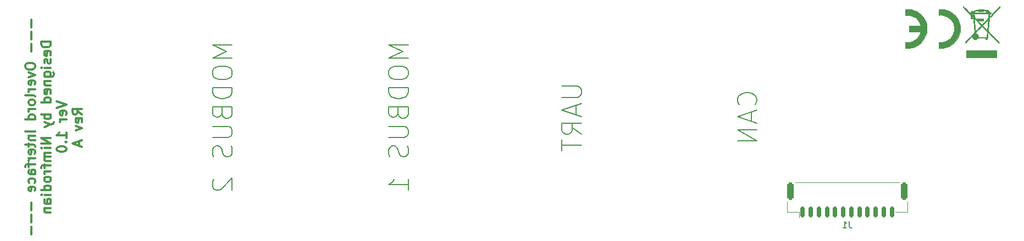
<source format=gbr>
%TF.GenerationSoftware,KiCad,Pcbnew,7.0.10*%
%TF.CreationDate,2024-07-06T13:48:58+02:00*%
%TF.ProjectId,OverlordInterface,4f766572-6c6f-4726-9449-6e7465726661,rev?*%
%TF.SameCoordinates,Original*%
%TF.FileFunction,Legend,Bot*%
%TF.FilePolarity,Positive*%
%FSLAX46Y46*%
G04 Gerber Fmt 4.6, Leading zero omitted, Abs format (unit mm)*
G04 Created by KiCad (PCBNEW 7.0.10) date 2024-07-06 13:48:58*
%MOMM*%
%LPD*%
G01*
G04 APERTURE LIST*
G04 Aperture macros list*
%AMRoundRect*
0 Rectangle with rounded corners*
0 $1 Rounding radius*
0 $2 $3 $4 $5 $6 $7 $8 $9 X,Y pos of 4 corners*
0 Add a 4 corners polygon primitive as box body*
4,1,4,$2,$3,$4,$5,$6,$7,$8,$9,$2,$3,0*
0 Add four circle primitives for the rounded corners*
1,1,$1+$1,$2,$3*
1,1,$1+$1,$4,$5*
1,1,$1+$1,$6,$7*
1,1,$1+$1,$8,$9*
0 Add four rect primitives between the rounded corners*
20,1,$1+$1,$2,$3,$4,$5,0*
20,1,$1+$1,$4,$5,$6,$7,0*
20,1,$1+$1,$6,$7,$8,$9,0*
20,1,$1+$1,$8,$9,$2,$3,0*%
G04 Aperture macros list end*
%ADD10C,0.300000*%
%ADD11C,0.150000*%
%ADD12C,0.010000*%
%ADD13C,0.120000*%
%ADD14R,1.800000X1.800000*%
%ADD15C,1.800000*%
%ADD16C,4.000000*%
%ADD17R,1.600000X1.600000*%
%ADD18C,1.600000*%
%ADD19RoundRect,0.150000X-0.150000X-0.700000X0.150000X-0.700000X0.150000X0.700000X-0.150000X0.700000X0*%
%ADD20RoundRect,0.250000X-0.250000X-1.100000X0.250000X-1.100000X0.250000X1.100000X-0.250000X1.100000X0*%
G04 APERTURE END LIST*
D10*
X79574400Y-77688571D02*
X79574400Y-78831429D01*
X79574400Y-79545714D02*
X79574400Y-80688572D01*
X79574400Y-81402857D02*
X79574400Y-82545715D01*
X78645828Y-84688572D02*
X78645828Y-84974286D01*
X78645828Y-84974286D02*
X78717257Y-85117143D01*
X78717257Y-85117143D02*
X78860114Y-85260000D01*
X78860114Y-85260000D02*
X79145828Y-85331429D01*
X79145828Y-85331429D02*
X79645828Y-85331429D01*
X79645828Y-85331429D02*
X79931542Y-85260000D01*
X79931542Y-85260000D02*
X80074400Y-85117143D01*
X80074400Y-85117143D02*
X80145828Y-84974286D01*
X80145828Y-84974286D02*
X80145828Y-84688572D01*
X80145828Y-84688572D02*
X80074400Y-84545715D01*
X80074400Y-84545715D02*
X79931542Y-84402857D01*
X79931542Y-84402857D02*
X79645828Y-84331429D01*
X79645828Y-84331429D02*
X79145828Y-84331429D01*
X79145828Y-84331429D02*
X78860114Y-84402857D01*
X78860114Y-84402857D02*
X78717257Y-84545715D01*
X78717257Y-84545715D02*
X78645828Y-84688572D01*
X79145828Y-85831429D02*
X80145828Y-86188572D01*
X80145828Y-86188572D02*
X79145828Y-86545715D01*
X80074400Y-87688572D02*
X80145828Y-87545715D01*
X80145828Y-87545715D02*
X80145828Y-87260001D01*
X80145828Y-87260001D02*
X80074400Y-87117143D01*
X80074400Y-87117143D02*
X79931542Y-87045715D01*
X79931542Y-87045715D02*
X79360114Y-87045715D01*
X79360114Y-87045715D02*
X79217257Y-87117143D01*
X79217257Y-87117143D02*
X79145828Y-87260001D01*
X79145828Y-87260001D02*
X79145828Y-87545715D01*
X79145828Y-87545715D02*
X79217257Y-87688572D01*
X79217257Y-87688572D02*
X79360114Y-87760001D01*
X79360114Y-87760001D02*
X79502971Y-87760001D01*
X79502971Y-87760001D02*
X79645828Y-87045715D01*
X80145828Y-88402857D02*
X79145828Y-88402857D01*
X79431542Y-88402857D02*
X79288685Y-88474286D01*
X79288685Y-88474286D02*
X79217257Y-88545715D01*
X79217257Y-88545715D02*
X79145828Y-88688572D01*
X79145828Y-88688572D02*
X79145828Y-88831429D01*
X80145828Y-89545714D02*
X80074400Y-89402857D01*
X80074400Y-89402857D02*
X79931542Y-89331428D01*
X79931542Y-89331428D02*
X78645828Y-89331428D01*
X80145828Y-90331428D02*
X80074400Y-90188571D01*
X80074400Y-90188571D02*
X80002971Y-90117142D01*
X80002971Y-90117142D02*
X79860114Y-90045714D01*
X79860114Y-90045714D02*
X79431542Y-90045714D01*
X79431542Y-90045714D02*
X79288685Y-90117142D01*
X79288685Y-90117142D02*
X79217257Y-90188571D01*
X79217257Y-90188571D02*
X79145828Y-90331428D01*
X79145828Y-90331428D02*
X79145828Y-90545714D01*
X79145828Y-90545714D02*
X79217257Y-90688571D01*
X79217257Y-90688571D02*
X79288685Y-90760000D01*
X79288685Y-90760000D02*
X79431542Y-90831428D01*
X79431542Y-90831428D02*
X79860114Y-90831428D01*
X79860114Y-90831428D02*
X80002971Y-90760000D01*
X80002971Y-90760000D02*
X80074400Y-90688571D01*
X80074400Y-90688571D02*
X80145828Y-90545714D01*
X80145828Y-90545714D02*
X80145828Y-90331428D01*
X80145828Y-91474285D02*
X79145828Y-91474285D01*
X79431542Y-91474285D02*
X79288685Y-91545714D01*
X79288685Y-91545714D02*
X79217257Y-91617143D01*
X79217257Y-91617143D02*
X79145828Y-91760000D01*
X79145828Y-91760000D02*
X79145828Y-91902857D01*
X80145828Y-93045714D02*
X78645828Y-93045714D01*
X80074400Y-93045714D02*
X80145828Y-92902856D01*
X80145828Y-92902856D02*
X80145828Y-92617142D01*
X80145828Y-92617142D02*
X80074400Y-92474285D01*
X80074400Y-92474285D02*
X80002971Y-92402856D01*
X80002971Y-92402856D02*
X79860114Y-92331428D01*
X79860114Y-92331428D02*
X79431542Y-92331428D01*
X79431542Y-92331428D02*
X79288685Y-92402856D01*
X79288685Y-92402856D02*
X79217257Y-92474285D01*
X79217257Y-92474285D02*
X79145828Y-92617142D01*
X79145828Y-92617142D02*
X79145828Y-92902856D01*
X79145828Y-92902856D02*
X79217257Y-93045714D01*
X80145828Y-94902856D02*
X78645828Y-94902856D01*
X79145828Y-95617142D02*
X80145828Y-95617142D01*
X79288685Y-95617142D02*
X79217257Y-95688571D01*
X79217257Y-95688571D02*
X79145828Y-95831428D01*
X79145828Y-95831428D02*
X79145828Y-96045714D01*
X79145828Y-96045714D02*
X79217257Y-96188571D01*
X79217257Y-96188571D02*
X79360114Y-96260000D01*
X79360114Y-96260000D02*
X80145828Y-96260000D01*
X79145828Y-96760000D02*
X79145828Y-97331428D01*
X78645828Y-96974285D02*
X79931542Y-96974285D01*
X79931542Y-96974285D02*
X80074400Y-97045714D01*
X80074400Y-97045714D02*
X80145828Y-97188571D01*
X80145828Y-97188571D02*
X80145828Y-97331428D01*
X80074400Y-98402857D02*
X80145828Y-98260000D01*
X80145828Y-98260000D02*
X80145828Y-97974286D01*
X80145828Y-97974286D02*
X80074400Y-97831428D01*
X80074400Y-97831428D02*
X79931542Y-97760000D01*
X79931542Y-97760000D02*
X79360114Y-97760000D01*
X79360114Y-97760000D02*
X79217257Y-97831428D01*
X79217257Y-97831428D02*
X79145828Y-97974286D01*
X79145828Y-97974286D02*
X79145828Y-98260000D01*
X79145828Y-98260000D02*
X79217257Y-98402857D01*
X79217257Y-98402857D02*
X79360114Y-98474286D01*
X79360114Y-98474286D02*
X79502971Y-98474286D01*
X79502971Y-98474286D02*
X79645828Y-97760000D01*
X80145828Y-99117142D02*
X79145828Y-99117142D01*
X79431542Y-99117142D02*
X79288685Y-99188571D01*
X79288685Y-99188571D02*
X79217257Y-99260000D01*
X79217257Y-99260000D02*
X79145828Y-99402857D01*
X79145828Y-99402857D02*
X79145828Y-99545714D01*
X79145828Y-99831428D02*
X79145828Y-100402856D01*
X80145828Y-100045713D02*
X78860114Y-100045713D01*
X78860114Y-100045713D02*
X78717257Y-100117142D01*
X78717257Y-100117142D02*
X78645828Y-100259999D01*
X78645828Y-100259999D02*
X78645828Y-100402856D01*
X80145828Y-101545714D02*
X79360114Y-101545714D01*
X79360114Y-101545714D02*
X79217257Y-101474285D01*
X79217257Y-101474285D02*
X79145828Y-101331428D01*
X79145828Y-101331428D02*
X79145828Y-101045714D01*
X79145828Y-101045714D02*
X79217257Y-100902856D01*
X80074400Y-101545714D02*
X80145828Y-101402856D01*
X80145828Y-101402856D02*
X80145828Y-101045714D01*
X80145828Y-101045714D02*
X80074400Y-100902856D01*
X80074400Y-100902856D02*
X79931542Y-100831428D01*
X79931542Y-100831428D02*
X79788685Y-100831428D01*
X79788685Y-100831428D02*
X79645828Y-100902856D01*
X79645828Y-100902856D02*
X79574400Y-101045714D01*
X79574400Y-101045714D02*
X79574400Y-101402856D01*
X79574400Y-101402856D02*
X79502971Y-101545714D01*
X80074400Y-102902857D02*
X80145828Y-102759999D01*
X80145828Y-102759999D02*
X80145828Y-102474285D01*
X80145828Y-102474285D02*
X80074400Y-102331428D01*
X80074400Y-102331428D02*
X80002971Y-102259999D01*
X80002971Y-102259999D02*
X79860114Y-102188571D01*
X79860114Y-102188571D02*
X79431542Y-102188571D01*
X79431542Y-102188571D02*
X79288685Y-102259999D01*
X79288685Y-102259999D02*
X79217257Y-102331428D01*
X79217257Y-102331428D02*
X79145828Y-102474285D01*
X79145828Y-102474285D02*
X79145828Y-102759999D01*
X79145828Y-102759999D02*
X79217257Y-102902857D01*
X80074400Y-104117142D02*
X80145828Y-103974285D01*
X80145828Y-103974285D02*
X80145828Y-103688571D01*
X80145828Y-103688571D02*
X80074400Y-103545713D01*
X80074400Y-103545713D02*
X79931542Y-103474285D01*
X79931542Y-103474285D02*
X79360114Y-103474285D01*
X79360114Y-103474285D02*
X79217257Y-103545713D01*
X79217257Y-103545713D02*
X79145828Y-103688571D01*
X79145828Y-103688571D02*
X79145828Y-103974285D01*
X79145828Y-103974285D02*
X79217257Y-104117142D01*
X79217257Y-104117142D02*
X79360114Y-104188571D01*
X79360114Y-104188571D02*
X79502971Y-104188571D01*
X79502971Y-104188571D02*
X79645828Y-103474285D01*
X79574400Y-105974284D02*
X79574400Y-107117142D01*
X79574400Y-107831427D02*
X79574400Y-108974285D01*
X79574400Y-109688570D02*
X79574400Y-110831428D01*
X82560828Y-81081427D02*
X81060828Y-81081427D01*
X81060828Y-81081427D02*
X81060828Y-81438570D01*
X81060828Y-81438570D02*
X81132257Y-81652856D01*
X81132257Y-81652856D02*
X81275114Y-81795713D01*
X81275114Y-81795713D02*
X81417971Y-81867142D01*
X81417971Y-81867142D02*
X81703685Y-81938570D01*
X81703685Y-81938570D02*
X81917971Y-81938570D01*
X81917971Y-81938570D02*
X82203685Y-81867142D01*
X82203685Y-81867142D02*
X82346542Y-81795713D01*
X82346542Y-81795713D02*
X82489400Y-81652856D01*
X82489400Y-81652856D02*
X82560828Y-81438570D01*
X82560828Y-81438570D02*
X82560828Y-81081427D01*
X82489400Y-83152856D02*
X82560828Y-83009999D01*
X82560828Y-83009999D02*
X82560828Y-82724285D01*
X82560828Y-82724285D02*
X82489400Y-82581427D01*
X82489400Y-82581427D02*
X82346542Y-82509999D01*
X82346542Y-82509999D02*
X81775114Y-82509999D01*
X81775114Y-82509999D02*
X81632257Y-82581427D01*
X81632257Y-82581427D02*
X81560828Y-82724285D01*
X81560828Y-82724285D02*
X81560828Y-83009999D01*
X81560828Y-83009999D02*
X81632257Y-83152856D01*
X81632257Y-83152856D02*
X81775114Y-83224285D01*
X81775114Y-83224285D02*
X81917971Y-83224285D01*
X81917971Y-83224285D02*
X82060828Y-82509999D01*
X82489400Y-83795713D02*
X82560828Y-83938570D01*
X82560828Y-83938570D02*
X82560828Y-84224284D01*
X82560828Y-84224284D02*
X82489400Y-84367141D01*
X82489400Y-84367141D02*
X82346542Y-84438570D01*
X82346542Y-84438570D02*
X82275114Y-84438570D01*
X82275114Y-84438570D02*
X82132257Y-84367141D01*
X82132257Y-84367141D02*
X82060828Y-84224284D01*
X82060828Y-84224284D02*
X82060828Y-84009999D01*
X82060828Y-84009999D02*
X81989400Y-83867141D01*
X81989400Y-83867141D02*
X81846542Y-83795713D01*
X81846542Y-83795713D02*
X81775114Y-83795713D01*
X81775114Y-83795713D02*
X81632257Y-83867141D01*
X81632257Y-83867141D02*
X81560828Y-84009999D01*
X81560828Y-84009999D02*
X81560828Y-84224284D01*
X81560828Y-84224284D02*
X81632257Y-84367141D01*
X82560828Y-85081427D02*
X81560828Y-85081427D01*
X81060828Y-85081427D02*
X81132257Y-85009999D01*
X81132257Y-85009999D02*
X81203685Y-85081427D01*
X81203685Y-85081427D02*
X81132257Y-85152856D01*
X81132257Y-85152856D02*
X81060828Y-85081427D01*
X81060828Y-85081427D02*
X81203685Y-85081427D01*
X81560828Y-86438571D02*
X82775114Y-86438571D01*
X82775114Y-86438571D02*
X82917971Y-86367142D01*
X82917971Y-86367142D02*
X82989400Y-86295713D01*
X82989400Y-86295713D02*
X83060828Y-86152856D01*
X83060828Y-86152856D02*
X83060828Y-85938571D01*
X83060828Y-85938571D02*
X82989400Y-85795713D01*
X82489400Y-86438571D02*
X82560828Y-86295713D01*
X82560828Y-86295713D02*
X82560828Y-86009999D01*
X82560828Y-86009999D02*
X82489400Y-85867142D01*
X82489400Y-85867142D02*
X82417971Y-85795713D01*
X82417971Y-85795713D02*
X82275114Y-85724285D01*
X82275114Y-85724285D02*
X81846542Y-85724285D01*
X81846542Y-85724285D02*
X81703685Y-85795713D01*
X81703685Y-85795713D02*
X81632257Y-85867142D01*
X81632257Y-85867142D02*
X81560828Y-86009999D01*
X81560828Y-86009999D02*
X81560828Y-86295713D01*
X81560828Y-86295713D02*
X81632257Y-86438571D01*
X81560828Y-87152856D02*
X82560828Y-87152856D01*
X81703685Y-87152856D02*
X81632257Y-87224285D01*
X81632257Y-87224285D02*
X81560828Y-87367142D01*
X81560828Y-87367142D02*
X81560828Y-87581428D01*
X81560828Y-87581428D02*
X81632257Y-87724285D01*
X81632257Y-87724285D02*
X81775114Y-87795714D01*
X81775114Y-87795714D02*
X82560828Y-87795714D01*
X82489400Y-89081428D02*
X82560828Y-88938571D01*
X82560828Y-88938571D02*
X82560828Y-88652857D01*
X82560828Y-88652857D02*
X82489400Y-88509999D01*
X82489400Y-88509999D02*
X82346542Y-88438571D01*
X82346542Y-88438571D02*
X81775114Y-88438571D01*
X81775114Y-88438571D02*
X81632257Y-88509999D01*
X81632257Y-88509999D02*
X81560828Y-88652857D01*
X81560828Y-88652857D02*
X81560828Y-88938571D01*
X81560828Y-88938571D02*
X81632257Y-89081428D01*
X81632257Y-89081428D02*
X81775114Y-89152857D01*
X81775114Y-89152857D02*
X81917971Y-89152857D01*
X81917971Y-89152857D02*
X82060828Y-88438571D01*
X82560828Y-90438571D02*
X81060828Y-90438571D01*
X82489400Y-90438571D02*
X82560828Y-90295713D01*
X82560828Y-90295713D02*
X82560828Y-90009999D01*
X82560828Y-90009999D02*
X82489400Y-89867142D01*
X82489400Y-89867142D02*
X82417971Y-89795713D01*
X82417971Y-89795713D02*
X82275114Y-89724285D01*
X82275114Y-89724285D02*
X81846542Y-89724285D01*
X81846542Y-89724285D02*
X81703685Y-89795713D01*
X81703685Y-89795713D02*
X81632257Y-89867142D01*
X81632257Y-89867142D02*
X81560828Y-90009999D01*
X81560828Y-90009999D02*
X81560828Y-90295713D01*
X81560828Y-90295713D02*
X81632257Y-90438571D01*
X82560828Y-92295713D02*
X81060828Y-92295713D01*
X81632257Y-92295713D02*
X81560828Y-92438571D01*
X81560828Y-92438571D02*
X81560828Y-92724285D01*
X81560828Y-92724285D02*
X81632257Y-92867142D01*
X81632257Y-92867142D02*
X81703685Y-92938571D01*
X81703685Y-92938571D02*
X81846542Y-93009999D01*
X81846542Y-93009999D02*
X82275114Y-93009999D01*
X82275114Y-93009999D02*
X82417971Y-92938571D01*
X82417971Y-92938571D02*
X82489400Y-92867142D01*
X82489400Y-92867142D02*
X82560828Y-92724285D01*
X82560828Y-92724285D02*
X82560828Y-92438571D01*
X82560828Y-92438571D02*
X82489400Y-92295713D01*
X81560828Y-93509999D02*
X82560828Y-93867142D01*
X81560828Y-94224285D02*
X82560828Y-93867142D01*
X82560828Y-93867142D02*
X82917971Y-93724285D01*
X82917971Y-93724285D02*
X82989400Y-93652856D01*
X82989400Y-93652856D02*
X83060828Y-93509999D01*
X82560828Y-95938570D02*
X81060828Y-95938570D01*
X81060828Y-95938570D02*
X82560828Y-96795713D01*
X82560828Y-96795713D02*
X81060828Y-96795713D01*
X82560828Y-97509999D02*
X81560828Y-97509999D01*
X81060828Y-97509999D02*
X81132257Y-97438571D01*
X81132257Y-97438571D02*
X81203685Y-97509999D01*
X81203685Y-97509999D02*
X81132257Y-97581428D01*
X81132257Y-97581428D02*
X81060828Y-97509999D01*
X81060828Y-97509999D02*
X81203685Y-97509999D01*
X82560828Y-98224285D02*
X81560828Y-98224285D01*
X81703685Y-98224285D02*
X81632257Y-98295714D01*
X81632257Y-98295714D02*
X81560828Y-98438571D01*
X81560828Y-98438571D02*
X81560828Y-98652857D01*
X81560828Y-98652857D02*
X81632257Y-98795714D01*
X81632257Y-98795714D02*
X81775114Y-98867143D01*
X81775114Y-98867143D02*
X82560828Y-98867143D01*
X81775114Y-98867143D02*
X81632257Y-98938571D01*
X81632257Y-98938571D02*
X81560828Y-99081428D01*
X81560828Y-99081428D02*
X81560828Y-99295714D01*
X81560828Y-99295714D02*
X81632257Y-99438571D01*
X81632257Y-99438571D02*
X81775114Y-99510000D01*
X81775114Y-99510000D02*
X82560828Y-99510000D01*
X81560828Y-100010000D02*
X81560828Y-100581428D01*
X82560828Y-100224285D02*
X81275114Y-100224285D01*
X81275114Y-100224285D02*
X81132257Y-100295714D01*
X81132257Y-100295714D02*
X81060828Y-100438571D01*
X81060828Y-100438571D02*
X81060828Y-100581428D01*
X82560828Y-101081428D02*
X81560828Y-101081428D01*
X81846542Y-101081428D02*
X81703685Y-101152857D01*
X81703685Y-101152857D02*
X81632257Y-101224286D01*
X81632257Y-101224286D02*
X81560828Y-101367143D01*
X81560828Y-101367143D02*
X81560828Y-101510000D01*
X82560828Y-102224285D02*
X82489400Y-102081428D01*
X82489400Y-102081428D02*
X82417971Y-102009999D01*
X82417971Y-102009999D02*
X82275114Y-101938571D01*
X82275114Y-101938571D02*
X81846542Y-101938571D01*
X81846542Y-101938571D02*
X81703685Y-102009999D01*
X81703685Y-102009999D02*
X81632257Y-102081428D01*
X81632257Y-102081428D02*
X81560828Y-102224285D01*
X81560828Y-102224285D02*
X81560828Y-102438571D01*
X81560828Y-102438571D02*
X81632257Y-102581428D01*
X81632257Y-102581428D02*
X81703685Y-102652857D01*
X81703685Y-102652857D02*
X81846542Y-102724285D01*
X81846542Y-102724285D02*
X82275114Y-102724285D01*
X82275114Y-102724285D02*
X82417971Y-102652857D01*
X82417971Y-102652857D02*
X82489400Y-102581428D01*
X82489400Y-102581428D02*
X82560828Y-102438571D01*
X82560828Y-102438571D02*
X82560828Y-102224285D01*
X82560828Y-104010000D02*
X81060828Y-104010000D01*
X82489400Y-104010000D02*
X82560828Y-103867142D01*
X82560828Y-103867142D02*
X82560828Y-103581428D01*
X82560828Y-103581428D02*
X82489400Y-103438571D01*
X82489400Y-103438571D02*
X82417971Y-103367142D01*
X82417971Y-103367142D02*
X82275114Y-103295714D01*
X82275114Y-103295714D02*
X81846542Y-103295714D01*
X81846542Y-103295714D02*
X81703685Y-103367142D01*
X81703685Y-103367142D02*
X81632257Y-103438571D01*
X81632257Y-103438571D02*
X81560828Y-103581428D01*
X81560828Y-103581428D02*
X81560828Y-103867142D01*
X81560828Y-103867142D02*
X81632257Y-104010000D01*
X82560828Y-104724285D02*
X81560828Y-104724285D01*
X81060828Y-104724285D02*
X81132257Y-104652857D01*
X81132257Y-104652857D02*
X81203685Y-104724285D01*
X81203685Y-104724285D02*
X81132257Y-104795714D01*
X81132257Y-104795714D02*
X81060828Y-104724285D01*
X81060828Y-104724285D02*
X81203685Y-104724285D01*
X82560828Y-106081429D02*
X81775114Y-106081429D01*
X81775114Y-106081429D02*
X81632257Y-106010000D01*
X81632257Y-106010000D02*
X81560828Y-105867143D01*
X81560828Y-105867143D02*
X81560828Y-105581429D01*
X81560828Y-105581429D02*
X81632257Y-105438571D01*
X82489400Y-106081429D02*
X82560828Y-105938571D01*
X82560828Y-105938571D02*
X82560828Y-105581429D01*
X82560828Y-105581429D02*
X82489400Y-105438571D01*
X82489400Y-105438571D02*
X82346542Y-105367143D01*
X82346542Y-105367143D02*
X82203685Y-105367143D01*
X82203685Y-105367143D02*
X82060828Y-105438571D01*
X82060828Y-105438571D02*
X81989400Y-105581429D01*
X81989400Y-105581429D02*
X81989400Y-105938571D01*
X81989400Y-105938571D02*
X81917971Y-106081429D01*
X81560828Y-106795714D02*
X82560828Y-106795714D01*
X81703685Y-106795714D02*
X81632257Y-106867143D01*
X81632257Y-106867143D02*
X81560828Y-107010000D01*
X81560828Y-107010000D02*
X81560828Y-107224286D01*
X81560828Y-107224286D02*
X81632257Y-107367143D01*
X81632257Y-107367143D02*
X81775114Y-107438572D01*
X81775114Y-107438572D02*
X82560828Y-107438572D01*
X83475828Y-90295715D02*
X84975828Y-90795715D01*
X84975828Y-90795715D02*
X83475828Y-91295715D01*
X84904400Y-92367143D02*
X84975828Y-92224286D01*
X84975828Y-92224286D02*
X84975828Y-91938572D01*
X84975828Y-91938572D02*
X84904400Y-91795714D01*
X84904400Y-91795714D02*
X84761542Y-91724286D01*
X84761542Y-91724286D02*
X84190114Y-91724286D01*
X84190114Y-91724286D02*
X84047257Y-91795714D01*
X84047257Y-91795714D02*
X83975828Y-91938572D01*
X83975828Y-91938572D02*
X83975828Y-92224286D01*
X83975828Y-92224286D02*
X84047257Y-92367143D01*
X84047257Y-92367143D02*
X84190114Y-92438572D01*
X84190114Y-92438572D02*
X84332971Y-92438572D01*
X84332971Y-92438572D02*
X84475828Y-91724286D01*
X84975828Y-93081428D02*
X83975828Y-93081428D01*
X84261542Y-93081428D02*
X84118685Y-93152857D01*
X84118685Y-93152857D02*
X84047257Y-93224286D01*
X84047257Y-93224286D02*
X83975828Y-93367143D01*
X83975828Y-93367143D02*
X83975828Y-93510000D01*
X84975828Y-95938571D02*
X84975828Y-95081428D01*
X84975828Y-95509999D02*
X83475828Y-95509999D01*
X83475828Y-95509999D02*
X83690114Y-95367142D01*
X83690114Y-95367142D02*
X83832971Y-95224285D01*
X83832971Y-95224285D02*
X83904400Y-95081428D01*
X84832971Y-96581427D02*
X84904400Y-96652856D01*
X84904400Y-96652856D02*
X84975828Y-96581427D01*
X84975828Y-96581427D02*
X84904400Y-96509999D01*
X84904400Y-96509999D02*
X84832971Y-96581427D01*
X84832971Y-96581427D02*
X84975828Y-96581427D01*
X83475828Y-97581428D02*
X83475828Y-97724285D01*
X83475828Y-97724285D02*
X83547257Y-97867142D01*
X83547257Y-97867142D02*
X83618685Y-97938571D01*
X83618685Y-97938571D02*
X83761542Y-98009999D01*
X83761542Y-98009999D02*
X84047257Y-98081428D01*
X84047257Y-98081428D02*
X84404400Y-98081428D01*
X84404400Y-98081428D02*
X84690114Y-98009999D01*
X84690114Y-98009999D02*
X84832971Y-97938571D01*
X84832971Y-97938571D02*
X84904400Y-97867142D01*
X84904400Y-97867142D02*
X84975828Y-97724285D01*
X84975828Y-97724285D02*
X84975828Y-97581428D01*
X84975828Y-97581428D02*
X84904400Y-97438571D01*
X84904400Y-97438571D02*
X84832971Y-97367142D01*
X84832971Y-97367142D02*
X84690114Y-97295713D01*
X84690114Y-97295713D02*
X84404400Y-97224285D01*
X84404400Y-97224285D02*
X84047257Y-97224285D01*
X84047257Y-97224285D02*
X83761542Y-97295713D01*
X83761542Y-97295713D02*
X83618685Y-97367142D01*
X83618685Y-97367142D02*
X83547257Y-97438571D01*
X83547257Y-97438571D02*
X83475828Y-97581428D01*
X87390828Y-92295714D02*
X86676542Y-91795714D01*
X87390828Y-91438571D02*
X85890828Y-91438571D01*
X85890828Y-91438571D02*
X85890828Y-92010000D01*
X85890828Y-92010000D02*
X85962257Y-92152857D01*
X85962257Y-92152857D02*
X86033685Y-92224286D01*
X86033685Y-92224286D02*
X86176542Y-92295714D01*
X86176542Y-92295714D02*
X86390828Y-92295714D01*
X86390828Y-92295714D02*
X86533685Y-92224286D01*
X86533685Y-92224286D02*
X86605114Y-92152857D01*
X86605114Y-92152857D02*
X86676542Y-92010000D01*
X86676542Y-92010000D02*
X86676542Y-91438571D01*
X87319400Y-93510000D02*
X87390828Y-93367143D01*
X87390828Y-93367143D02*
X87390828Y-93081429D01*
X87390828Y-93081429D02*
X87319400Y-92938571D01*
X87319400Y-92938571D02*
X87176542Y-92867143D01*
X87176542Y-92867143D02*
X86605114Y-92867143D01*
X86605114Y-92867143D02*
X86462257Y-92938571D01*
X86462257Y-92938571D02*
X86390828Y-93081429D01*
X86390828Y-93081429D02*
X86390828Y-93367143D01*
X86390828Y-93367143D02*
X86462257Y-93510000D01*
X86462257Y-93510000D02*
X86605114Y-93581429D01*
X86605114Y-93581429D02*
X86747971Y-93581429D01*
X86747971Y-93581429D02*
X86890828Y-92867143D01*
X86390828Y-94081428D02*
X87390828Y-94438571D01*
X87390828Y-94438571D02*
X86390828Y-94795714D01*
X86962257Y-96438571D02*
X86962257Y-97152857D01*
X87390828Y-96295714D02*
X85890828Y-96795714D01*
X85890828Y-96795714D02*
X87390828Y-97295714D01*
D11*
X191039342Y-90797255D02*
X191182200Y-90654398D01*
X191182200Y-90654398D02*
X191325057Y-90225826D01*
X191325057Y-90225826D02*
X191325057Y-89940112D01*
X191325057Y-89940112D02*
X191182200Y-89511541D01*
X191182200Y-89511541D02*
X190896485Y-89225826D01*
X190896485Y-89225826D02*
X190610771Y-89082969D01*
X190610771Y-89082969D02*
X190039342Y-88940112D01*
X190039342Y-88940112D02*
X189610771Y-88940112D01*
X189610771Y-88940112D02*
X189039342Y-89082969D01*
X189039342Y-89082969D02*
X188753628Y-89225826D01*
X188753628Y-89225826D02*
X188467914Y-89511541D01*
X188467914Y-89511541D02*
X188325057Y-89940112D01*
X188325057Y-89940112D02*
X188325057Y-90225826D01*
X188325057Y-90225826D02*
X188467914Y-90654398D01*
X188467914Y-90654398D02*
X188610771Y-90797255D01*
X190467914Y-91940112D02*
X190467914Y-93368684D01*
X191325057Y-91654398D02*
X188325057Y-92654398D01*
X188325057Y-92654398D02*
X191325057Y-93654398D01*
X191325057Y-94654398D02*
X188325057Y-94654398D01*
X188325057Y-94654398D02*
X191325057Y-96368684D01*
X191325057Y-96368684D02*
X188325057Y-96368684D01*
X110485057Y-81582969D02*
X107485057Y-81582969D01*
X107485057Y-81582969D02*
X109627914Y-82582969D01*
X109627914Y-82582969D02*
X107485057Y-83582969D01*
X107485057Y-83582969D02*
X110485057Y-83582969D01*
X107485057Y-85582969D02*
X107485057Y-86154397D01*
X107485057Y-86154397D02*
X107627914Y-86440112D01*
X107627914Y-86440112D02*
X107913628Y-86725826D01*
X107913628Y-86725826D02*
X108485057Y-86868683D01*
X108485057Y-86868683D02*
X109485057Y-86868683D01*
X109485057Y-86868683D02*
X110056485Y-86725826D01*
X110056485Y-86725826D02*
X110342200Y-86440112D01*
X110342200Y-86440112D02*
X110485057Y-86154397D01*
X110485057Y-86154397D02*
X110485057Y-85582969D01*
X110485057Y-85582969D02*
X110342200Y-85297255D01*
X110342200Y-85297255D02*
X110056485Y-85011540D01*
X110056485Y-85011540D02*
X109485057Y-84868683D01*
X109485057Y-84868683D02*
X108485057Y-84868683D01*
X108485057Y-84868683D02*
X107913628Y-85011540D01*
X107913628Y-85011540D02*
X107627914Y-85297255D01*
X107627914Y-85297255D02*
X107485057Y-85582969D01*
X110485057Y-88154397D02*
X107485057Y-88154397D01*
X107485057Y-88154397D02*
X107485057Y-88868683D01*
X107485057Y-88868683D02*
X107627914Y-89297254D01*
X107627914Y-89297254D02*
X107913628Y-89582969D01*
X107913628Y-89582969D02*
X108199342Y-89725826D01*
X108199342Y-89725826D02*
X108770771Y-89868683D01*
X108770771Y-89868683D02*
X109199342Y-89868683D01*
X109199342Y-89868683D02*
X109770771Y-89725826D01*
X109770771Y-89725826D02*
X110056485Y-89582969D01*
X110056485Y-89582969D02*
X110342200Y-89297254D01*
X110342200Y-89297254D02*
X110485057Y-88868683D01*
X110485057Y-88868683D02*
X110485057Y-88154397D01*
X108913628Y-92154397D02*
X109056485Y-92582969D01*
X109056485Y-92582969D02*
X109199342Y-92725826D01*
X109199342Y-92725826D02*
X109485057Y-92868683D01*
X109485057Y-92868683D02*
X109913628Y-92868683D01*
X109913628Y-92868683D02*
X110199342Y-92725826D01*
X110199342Y-92725826D02*
X110342200Y-92582969D01*
X110342200Y-92582969D02*
X110485057Y-92297254D01*
X110485057Y-92297254D02*
X110485057Y-91154397D01*
X110485057Y-91154397D02*
X107485057Y-91154397D01*
X107485057Y-91154397D02*
X107485057Y-92154397D01*
X107485057Y-92154397D02*
X107627914Y-92440112D01*
X107627914Y-92440112D02*
X107770771Y-92582969D01*
X107770771Y-92582969D02*
X108056485Y-92725826D01*
X108056485Y-92725826D02*
X108342200Y-92725826D01*
X108342200Y-92725826D02*
X108627914Y-92582969D01*
X108627914Y-92582969D02*
X108770771Y-92440112D01*
X108770771Y-92440112D02*
X108913628Y-92154397D01*
X108913628Y-92154397D02*
X108913628Y-91154397D01*
X107485057Y-94154397D02*
X109913628Y-94154397D01*
X109913628Y-94154397D02*
X110199342Y-94297254D01*
X110199342Y-94297254D02*
X110342200Y-94440112D01*
X110342200Y-94440112D02*
X110485057Y-94725826D01*
X110485057Y-94725826D02*
X110485057Y-95297254D01*
X110485057Y-95297254D02*
X110342200Y-95582969D01*
X110342200Y-95582969D02*
X110199342Y-95725826D01*
X110199342Y-95725826D02*
X109913628Y-95868683D01*
X109913628Y-95868683D02*
X107485057Y-95868683D01*
X110342200Y-97154397D02*
X110485057Y-97582969D01*
X110485057Y-97582969D02*
X110485057Y-98297254D01*
X110485057Y-98297254D02*
X110342200Y-98582969D01*
X110342200Y-98582969D02*
X110199342Y-98725826D01*
X110199342Y-98725826D02*
X109913628Y-98868683D01*
X109913628Y-98868683D02*
X109627914Y-98868683D01*
X109627914Y-98868683D02*
X109342200Y-98725826D01*
X109342200Y-98725826D02*
X109199342Y-98582969D01*
X109199342Y-98582969D02*
X109056485Y-98297254D01*
X109056485Y-98297254D02*
X108913628Y-97725826D01*
X108913628Y-97725826D02*
X108770771Y-97440111D01*
X108770771Y-97440111D02*
X108627914Y-97297254D01*
X108627914Y-97297254D02*
X108342200Y-97154397D01*
X108342200Y-97154397D02*
X108056485Y-97154397D01*
X108056485Y-97154397D02*
X107770771Y-97297254D01*
X107770771Y-97297254D02*
X107627914Y-97440111D01*
X107627914Y-97440111D02*
X107485057Y-97725826D01*
X107485057Y-97725826D02*
X107485057Y-98440111D01*
X107485057Y-98440111D02*
X107627914Y-98868683D01*
X107770771Y-102297254D02*
X107627914Y-102440111D01*
X107627914Y-102440111D02*
X107485057Y-102725826D01*
X107485057Y-102725826D02*
X107485057Y-103440111D01*
X107485057Y-103440111D02*
X107627914Y-103725826D01*
X107627914Y-103725826D02*
X107770771Y-103868683D01*
X107770771Y-103868683D02*
X108056485Y-104011540D01*
X108056485Y-104011540D02*
X108342200Y-104011540D01*
X108342200Y-104011540D02*
X108770771Y-103868683D01*
X108770771Y-103868683D02*
X110485057Y-102154397D01*
X110485057Y-102154397D02*
X110485057Y-104011540D01*
X161305057Y-87940112D02*
X163733628Y-87940112D01*
X163733628Y-87940112D02*
X164019342Y-88082969D01*
X164019342Y-88082969D02*
X164162200Y-88225827D01*
X164162200Y-88225827D02*
X164305057Y-88511541D01*
X164305057Y-88511541D02*
X164305057Y-89082969D01*
X164305057Y-89082969D02*
X164162200Y-89368684D01*
X164162200Y-89368684D02*
X164019342Y-89511541D01*
X164019342Y-89511541D02*
X163733628Y-89654398D01*
X163733628Y-89654398D02*
X161305057Y-89654398D01*
X163447914Y-90940112D02*
X163447914Y-92368684D01*
X164305057Y-90654398D02*
X161305057Y-91654398D01*
X161305057Y-91654398D02*
X164305057Y-92654398D01*
X164305057Y-95368684D02*
X162876485Y-94368684D01*
X164305057Y-93654398D02*
X161305057Y-93654398D01*
X161305057Y-93654398D02*
X161305057Y-94797255D01*
X161305057Y-94797255D02*
X161447914Y-95082970D01*
X161447914Y-95082970D02*
X161590771Y-95225827D01*
X161590771Y-95225827D02*
X161876485Y-95368684D01*
X161876485Y-95368684D02*
X162305057Y-95368684D01*
X162305057Y-95368684D02*
X162590771Y-95225827D01*
X162590771Y-95225827D02*
X162733628Y-95082970D01*
X162733628Y-95082970D02*
X162876485Y-94797255D01*
X162876485Y-94797255D02*
X162876485Y-93654398D01*
X161305057Y-96225827D02*
X161305057Y-97940113D01*
X164305057Y-97082970D02*
X161305057Y-97082970D01*
X137625057Y-81582969D02*
X134625057Y-81582969D01*
X134625057Y-81582969D02*
X136767914Y-82582969D01*
X136767914Y-82582969D02*
X134625057Y-83582969D01*
X134625057Y-83582969D02*
X137625057Y-83582969D01*
X134625057Y-85582969D02*
X134625057Y-86154397D01*
X134625057Y-86154397D02*
X134767914Y-86440112D01*
X134767914Y-86440112D02*
X135053628Y-86725826D01*
X135053628Y-86725826D02*
X135625057Y-86868683D01*
X135625057Y-86868683D02*
X136625057Y-86868683D01*
X136625057Y-86868683D02*
X137196485Y-86725826D01*
X137196485Y-86725826D02*
X137482200Y-86440112D01*
X137482200Y-86440112D02*
X137625057Y-86154397D01*
X137625057Y-86154397D02*
X137625057Y-85582969D01*
X137625057Y-85582969D02*
X137482200Y-85297255D01*
X137482200Y-85297255D02*
X137196485Y-85011540D01*
X137196485Y-85011540D02*
X136625057Y-84868683D01*
X136625057Y-84868683D02*
X135625057Y-84868683D01*
X135625057Y-84868683D02*
X135053628Y-85011540D01*
X135053628Y-85011540D02*
X134767914Y-85297255D01*
X134767914Y-85297255D02*
X134625057Y-85582969D01*
X137625057Y-88154397D02*
X134625057Y-88154397D01*
X134625057Y-88154397D02*
X134625057Y-88868683D01*
X134625057Y-88868683D02*
X134767914Y-89297254D01*
X134767914Y-89297254D02*
X135053628Y-89582969D01*
X135053628Y-89582969D02*
X135339342Y-89725826D01*
X135339342Y-89725826D02*
X135910771Y-89868683D01*
X135910771Y-89868683D02*
X136339342Y-89868683D01*
X136339342Y-89868683D02*
X136910771Y-89725826D01*
X136910771Y-89725826D02*
X137196485Y-89582969D01*
X137196485Y-89582969D02*
X137482200Y-89297254D01*
X137482200Y-89297254D02*
X137625057Y-88868683D01*
X137625057Y-88868683D02*
X137625057Y-88154397D01*
X136053628Y-92154397D02*
X136196485Y-92582969D01*
X136196485Y-92582969D02*
X136339342Y-92725826D01*
X136339342Y-92725826D02*
X136625057Y-92868683D01*
X136625057Y-92868683D02*
X137053628Y-92868683D01*
X137053628Y-92868683D02*
X137339342Y-92725826D01*
X137339342Y-92725826D02*
X137482200Y-92582969D01*
X137482200Y-92582969D02*
X137625057Y-92297254D01*
X137625057Y-92297254D02*
X137625057Y-91154397D01*
X137625057Y-91154397D02*
X134625057Y-91154397D01*
X134625057Y-91154397D02*
X134625057Y-92154397D01*
X134625057Y-92154397D02*
X134767914Y-92440112D01*
X134767914Y-92440112D02*
X134910771Y-92582969D01*
X134910771Y-92582969D02*
X135196485Y-92725826D01*
X135196485Y-92725826D02*
X135482200Y-92725826D01*
X135482200Y-92725826D02*
X135767914Y-92582969D01*
X135767914Y-92582969D02*
X135910771Y-92440112D01*
X135910771Y-92440112D02*
X136053628Y-92154397D01*
X136053628Y-92154397D02*
X136053628Y-91154397D01*
X134625057Y-94154397D02*
X137053628Y-94154397D01*
X137053628Y-94154397D02*
X137339342Y-94297254D01*
X137339342Y-94297254D02*
X137482200Y-94440112D01*
X137482200Y-94440112D02*
X137625057Y-94725826D01*
X137625057Y-94725826D02*
X137625057Y-95297254D01*
X137625057Y-95297254D02*
X137482200Y-95582969D01*
X137482200Y-95582969D02*
X137339342Y-95725826D01*
X137339342Y-95725826D02*
X137053628Y-95868683D01*
X137053628Y-95868683D02*
X134625057Y-95868683D01*
X137482200Y-97154397D02*
X137625057Y-97582969D01*
X137625057Y-97582969D02*
X137625057Y-98297254D01*
X137625057Y-98297254D02*
X137482200Y-98582969D01*
X137482200Y-98582969D02*
X137339342Y-98725826D01*
X137339342Y-98725826D02*
X137053628Y-98868683D01*
X137053628Y-98868683D02*
X136767914Y-98868683D01*
X136767914Y-98868683D02*
X136482200Y-98725826D01*
X136482200Y-98725826D02*
X136339342Y-98582969D01*
X136339342Y-98582969D02*
X136196485Y-98297254D01*
X136196485Y-98297254D02*
X136053628Y-97725826D01*
X136053628Y-97725826D02*
X135910771Y-97440111D01*
X135910771Y-97440111D02*
X135767914Y-97297254D01*
X135767914Y-97297254D02*
X135482200Y-97154397D01*
X135482200Y-97154397D02*
X135196485Y-97154397D01*
X135196485Y-97154397D02*
X134910771Y-97297254D01*
X134910771Y-97297254D02*
X134767914Y-97440111D01*
X134767914Y-97440111D02*
X134625057Y-97725826D01*
X134625057Y-97725826D02*
X134625057Y-98440111D01*
X134625057Y-98440111D02*
X134767914Y-98868683D01*
X137625057Y-104011540D02*
X137625057Y-102297254D01*
X137625057Y-103154397D02*
X134625057Y-103154397D01*
X134625057Y-103154397D02*
X135053628Y-102868683D01*
X135053628Y-102868683D02*
X135339342Y-102582968D01*
X135339342Y-102582968D02*
X135482200Y-102297254D01*
X205583333Y-108854819D02*
X205583333Y-109569104D01*
X205583333Y-109569104D02*
X205630952Y-109711961D01*
X205630952Y-109711961D02*
X205726190Y-109807200D01*
X205726190Y-109807200D02*
X205869047Y-109854819D01*
X205869047Y-109854819D02*
X205964285Y-109854819D01*
X204583333Y-109854819D02*
X205154761Y-109854819D01*
X204869047Y-109854819D02*
X204869047Y-108854819D01*
X204869047Y-108854819D02*
X204964285Y-108997676D01*
X204964285Y-108997676D02*
X205059523Y-109092914D01*
X205059523Y-109092914D02*
X205154761Y-109140533D01*
%TO.C,REF\u002A\u002A*%
D12*
X228269994Y-83540526D02*
X223591047Y-83540526D01*
X223591047Y-82387500D01*
X228269994Y-82387500D01*
X228269994Y-83540526D01*
G36*
X228269994Y-83540526D02*
G01*
X223591047Y-83540526D01*
X223591047Y-82387500D01*
X228269994Y-82387500D01*
X228269994Y-83540526D01*
G37*
X226899748Y-76175362D02*
X226900405Y-76192572D01*
X226908951Y-76221467D01*
X226933276Y-76245972D01*
X226980728Y-76275143D01*
X227022383Y-76301793D01*
X227085799Y-76352960D01*
X227143270Y-76410400D01*
X227187232Y-76466279D01*
X227210121Y-76512762D01*
X227215729Y-76530674D01*
X227226119Y-76542970D01*
X227229622Y-76547116D01*
X227258255Y-76554083D01*
X227310951Y-76555526D01*
X227401047Y-76555526D01*
X227401047Y-76705921D01*
X227189038Y-76705921D01*
X227169243Y-76942183D01*
X227166585Y-76974483D01*
X227160393Y-77055340D01*
X227156018Y-77121135D01*
X227153840Y-77165791D01*
X227154236Y-77183233D01*
X227159995Y-77178219D01*
X227186272Y-77152083D01*
X227231698Y-77105758D01*
X227293976Y-77041647D01*
X227370807Y-76962150D01*
X227459890Y-76869669D01*
X227558929Y-76766606D01*
X227665624Y-76655362D01*
X227777675Y-76538338D01*
X227892785Y-76417936D01*
X228008654Y-76296558D01*
X228122984Y-76176604D01*
X228233476Y-76060476D01*
X228337831Y-75950575D01*
X228433750Y-75849304D01*
X228518934Y-75759063D01*
X228591085Y-75682253D01*
X228720004Y-75544539D01*
X228720591Y-75661852D01*
X228721178Y-75779164D01*
X227923096Y-76618485D01*
X227125014Y-77457807D01*
X227109060Y-77649106D01*
X227045229Y-78414528D01*
X227033948Y-78550287D01*
X227019950Y-78720154D01*
X227007030Y-78878505D01*
X226995437Y-79022228D01*
X226985417Y-79148210D01*
X226977217Y-79253338D01*
X226971084Y-79334501D01*
X226967266Y-79388586D01*
X226966009Y-79412480D01*
X226969327Y-79423429D01*
X226984239Y-79447071D01*
X227012519Y-79482703D01*
X227026168Y-79498277D01*
X227055674Y-79531948D01*
X227115209Y-79596428D01*
X227192630Y-79677768D01*
X227289442Y-79777591D01*
X227407152Y-79897520D01*
X227547264Y-80039179D01*
X227639438Y-80132136D01*
X227767929Y-80261795D01*
X227895969Y-80391079D01*
X228019710Y-80516097D01*
X228135302Y-80632959D01*
X228238895Y-80737774D01*
X228326641Y-80826652D01*
X228394691Y-80895702D01*
X228661427Y-81166757D01*
X228612979Y-81217326D01*
X228601553Y-81228719D01*
X228567845Y-81256697D01*
X228544720Y-81267895D01*
X228526615Y-81258335D01*
X228492955Y-81229649D01*
X228452602Y-81188520D01*
X228428040Y-81162542D01*
X228382233Y-81115104D01*
X228317493Y-81048566D01*
X228236105Y-80965263D01*
X228140355Y-80867528D01*
X228032531Y-80757695D01*
X227914918Y-80638096D01*
X227789802Y-80511066D01*
X227659469Y-80378938D01*
X226938641Y-79648732D01*
X226909279Y-80028017D01*
X226902878Y-80108972D01*
X226893531Y-80217793D01*
X226885100Y-80300217D01*
X226876961Y-80360575D01*
X226868489Y-80403200D01*
X226859060Y-80432424D01*
X226848047Y-80452580D01*
X226832635Y-80480750D01*
X226819953Y-80532539D01*
X226816178Y-80607152D01*
X226816178Y-80716447D01*
X226515389Y-80716447D01*
X226515389Y-80482500D01*
X225391642Y-80482500D01*
X225326685Y-80556295D01*
X225308920Y-80575511D01*
X225212641Y-80652712D01*
X225103859Y-80700239D01*
X224986072Y-80716447D01*
X224882137Y-80707854D01*
X224764580Y-80671628D01*
X224663944Y-80606882D01*
X224644330Y-80588378D01*
X224595313Y-80528475D01*
X224552307Y-80458693D01*
X224521468Y-80389909D01*
X224508951Y-80333002D01*
X224508709Y-80324741D01*
X224506909Y-80294471D01*
X224502202Y-80273563D01*
X224492354Y-80263669D01*
X224475133Y-80266444D01*
X224448304Y-80283540D01*
X224409634Y-80316610D01*
X224356890Y-80367307D01*
X224287838Y-80437285D01*
X224200244Y-80528197D01*
X224091875Y-80641695D01*
X224034152Y-80702280D01*
X223937665Y-80803718D01*
X223846378Y-80899889D01*
X223763869Y-80987013D01*
X223693716Y-81061311D01*
X223639495Y-81119003D01*
X223604784Y-81156310D01*
X223509902Y-81259539D01*
X223451259Y-81201052D01*
X223392615Y-81142566D01*
X224117989Y-80382237D01*
X224163726Y-80334263D01*
X224326443Y-80162940D01*
X224466123Y-80014738D01*
X224583183Y-79889198D01*
X224678043Y-79785861D01*
X224745119Y-79710967D01*
X225019757Y-79710967D01*
X225021916Y-79728589D01*
X225022293Y-79730430D01*
X225040290Y-79772171D01*
X225076238Y-79791620D01*
X225187047Y-79833083D01*
X225285773Y-79902156D01*
X225363421Y-79993524D01*
X225416638Y-80103195D01*
X225442068Y-80227173D01*
X225450491Y-80332105D01*
X226712292Y-80332105D01*
X226721090Y-80294506D01*
X226722646Y-80285279D01*
X226727482Y-80244018D01*
X226734081Y-80177304D01*
X226741952Y-80090453D01*
X226750607Y-79988777D01*
X226759553Y-79877592D01*
X226789219Y-79498277D01*
X226389342Y-79092198D01*
X226315997Y-79017961D01*
X226226257Y-78927837D01*
X226145750Y-78847775D01*
X226077298Y-78780542D01*
X226023727Y-78728910D01*
X225987862Y-78695646D01*
X225972525Y-78683521D01*
X225962241Y-78689314D01*
X225931611Y-78715675D01*
X225885515Y-78759709D01*
X225828075Y-78817444D01*
X225763415Y-78884911D01*
X225746548Y-78902804D01*
X225670917Y-78982839D01*
X225580794Y-79077977D01*
X225482965Y-79181067D01*
X225384215Y-79284956D01*
X225291330Y-79382493D01*
X225285750Y-79388346D01*
X225199394Y-79479214D01*
X225133500Y-79549577D01*
X225085461Y-79602783D01*
X225052673Y-79642177D01*
X225032530Y-79671108D01*
X225022426Y-79692922D01*
X225019757Y-79710967D01*
X224745119Y-79710967D01*
X224751121Y-79704266D01*
X224802836Y-79643955D01*
X224833606Y-79604466D01*
X224843850Y-79585342D01*
X224843851Y-79585229D01*
X224842446Y-79561394D01*
X224838341Y-79507967D01*
X224831858Y-79428584D01*
X224823318Y-79326880D01*
X224813043Y-79206493D01*
X224801354Y-79071057D01*
X224788573Y-78924211D01*
X224775022Y-78769590D01*
X224761022Y-78610830D01*
X224746895Y-78451568D01*
X224732963Y-78295441D01*
X224719546Y-78146083D01*
X224706967Y-78007133D01*
X224695548Y-77882226D01*
X224685609Y-77774998D01*
X224677472Y-77689087D01*
X224671460Y-77628127D01*
X224667893Y-77595756D01*
X224660701Y-77541538D01*
X224832383Y-77541538D01*
X224834582Y-77582630D01*
X224839421Y-77651735D01*
X224846658Y-77745870D01*
X224856051Y-77862053D01*
X224867357Y-77997299D01*
X224880333Y-78148627D01*
X224894739Y-78313054D01*
X224910331Y-78487597D01*
X224922520Y-78622206D01*
X224937786Y-78789145D01*
X224952079Y-78943618D01*
X224965115Y-79082649D01*
X224976610Y-79203264D01*
X224986280Y-79302489D01*
X224993840Y-79377348D01*
X224999007Y-79424867D01*
X225001496Y-79442072D01*
X225009046Y-79436742D01*
X225036732Y-79410578D01*
X225081719Y-79365637D01*
X225140910Y-79305191D01*
X225211209Y-79232509D01*
X225289518Y-79150864D01*
X225372740Y-79063526D01*
X225457779Y-78973767D01*
X225541537Y-78884858D01*
X225620917Y-78800070D01*
X225692823Y-78722673D01*
X225754157Y-78655941D01*
X225801823Y-78603142D01*
X225832723Y-78567550D01*
X225841751Y-78555186D01*
X226083384Y-78555186D01*
X226449781Y-78921299D01*
X226539379Y-79010679D01*
X226623823Y-79094320D01*
X226689237Y-79158027D01*
X226738018Y-79203868D01*
X226772563Y-79233909D01*
X226795269Y-79250218D01*
X226808532Y-79254862D01*
X226814750Y-79249908D01*
X226816319Y-79237423D01*
X226817325Y-79217363D01*
X226820950Y-79165712D01*
X226826940Y-79087320D01*
X226835008Y-78985759D01*
X226844865Y-78864602D01*
X226856223Y-78727421D01*
X226868794Y-78577787D01*
X226882290Y-78419271D01*
X226894205Y-78279563D01*
X226906621Y-78132414D01*
X226917753Y-77998805D01*
X226927336Y-77882028D01*
X226935100Y-77785378D01*
X226940779Y-77712145D01*
X226944107Y-77665624D01*
X226944814Y-77649106D01*
X226944254Y-77649416D01*
X226928473Y-77664623D01*
X226893416Y-77700303D01*
X226842173Y-77753220D01*
X226777829Y-77820139D01*
X226703474Y-77897823D01*
X226622195Y-77983036D01*
X226537080Y-78072541D01*
X226451216Y-78163102D01*
X226367691Y-78251483D01*
X226289594Y-78334448D01*
X226220012Y-78408760D01*
X226085951Y-78552434D01*
X226083384Y-78555186D01*
X225841751Y-78555186D01*
X225843761Y-78552434D01*
X225832941Y-78537785D01*
X225801484Y-78502722D01*
X225752313Y-78450265D01*
X225688354Y-78383372D01*
X225612533Y-78304999D01*
X225527777Y-78218103D01*
X225437012Y-78125641D01*
X225343166Y-78030569D01*
X225249164Y-77935845D01*
X225157934Y-77844424D01*
X225072401Y-77759265D01*
X224995493Y-77683323D01*
X224930136Y-77619556D01*
X224879256Y-77570920D01*
X224845780Y-77540372D01*
X224832634Y-77530868D01*
X224832383Y-77541538D01*
X224660701Y-77541538D01*
X224658473Y-77524737D01*
X224292889Y-77524737D01*
X224292680Y-77391052D01*
X224426573Y-77391052D01*
X224535192Y-77391052D01*
X224544855Y-77391044D01*
X224599414Y-77389880D01*
X224629086Y-77384902D01*
X224641381Y-77373477D01*
X224643810Y-77352971D01*
X224633111Y-77322829D01*
X224596464Y-77272687D01*
X224535192Y-77207237D01*
X224426573Y-77099584D01*
X224426573Y-77391052D01*
X224292680Y-77391052D01*
X224292451Y-77244835D01*
X224292014Y-76964934D01*
X223691695Y-76355000D01*
X223091377Y-75745066D01*
X223090554Y-75629337D01*
X223089731Y-75513610D01*
X223809779Y-76243449D01*
X223879374Y-76313944D01*
X224023785Y-76459828D01*
X224147252Y-76583875D01*
X224251370Y-76687611D01*
X224337735Y-76772562D01*
X224407942Y-76840256D01*
X224463586Y-76892219D01*
X224506262Y-76929977D01*
X224537566Y-76955057D01*
X224559092Y-76968986D01*
X224572435Y-76973289D01*
X224594935Y-76971986D01*
X224607566Y-76962468D01*
X224609744Y-76936427D01*
X224604507Y-76885559D01*
X224600896Y-76853533D01*
X224595871Y-76800002D01*
X224593847Y-76764408D01*
X224592855Y-76752138D01*
X224583196Y-76738996D01*
X224556513Y-76734641D01*
X224504712Y-76736542D01*
X224491486Y-76737287D01*
X224438543Y-76736447D01*
X224400883Y-76724813D01*
X224374339Y-76705921D01*
X224750784Y-76705921D01*
X224756314Y-76768585D01*
X224758868Y-76797017D01*
X224766828Y-76874642D01*
X224774671Y-76925769D01*
X224783841Y-76955711D01*
X224795783Y-76969780D01*
X224811939Y-76973289D01*
X224826466Y-76975679D01*
X224836099Y-76987098D01*
X224841482Y-77013645D01*
X224843825Y-77061414D01*
X224844336Y-77136502D01*
X224844336Y-77299715D01*
X224897758Y-77352971D01*
X225028152Y-77482960D01*
X225211968Y-77666206D01*
X225211968Y-77524737D01*
X226214600Y-77524737D01*
X226214600Y-77842237D01*
X225392637Y-77842237D01*
X225671399Y-78130493D01*
X225724794Y-78185548D01*
X225798627Y-78261120D01*
X225862739Y-78326082D01*
X225913771Y-78377060D01*
X225948367Y-78410681D01*
X225963167Y-78423574D01*
X225968793Y-78420018D01*
X225995173Y-78396118D01*
X226040659Y-78351862D01*
X226102822Y-78289708D01*
X226179232Y-78212115D01*
X226267459Y-78121540D01*
X226365072Y-78020441D01*
X226469643Y-77911275D01*
X226574750Y-77800964D01*
X226677784Y-77692246D01*
X226761340Y-77603136D01*
X226827464Y-77531271D01*
X226878197Y-77474289D01*
X226915585Y-77429828D01*
X226941670Y-77395525D01*
X226958497Y-77369017D01*
X226968108Y-77347942D01*
X226972549Y-77329939D01*
X226973726Y-77321169D01*
X226978946Y-77272847D01*
X226985552Y-77201707D01*
X226992818Y-77115861D01*
X227000017Y-77023421D01*
X227002458Y-76991225D01*
X227009511Y-76904236D01*
X227016235Y-76829203D01*
X227021970Y-76773255D01*
X227026050Y-76743520D01*
X227034052Y-76705921D01*
X224750784Y-76705921D01*
X224374339Y-76705921D01*
X224363766Y-76698396D01*
X224357373Y-76692835D01*
X224305095Y-76625487D01*
X224284391Y-76555526D01*
X224737291Y-76555526D01*
X226617116Y-76555526D01*
X226899731Y-76555526D01*
X226975516Y-76555526D01*
X226998222Y-76555366D01*
X227031864Y-76552442D01*
X227041576Y-76542970D01*
X227034037Y-76523267D01*
X227031809Y-76519511D01*
X227006800Y-76490623D01*
X226970567Y-76458563D01*
X226934423Y-76432560D01*
X226909684Y-76421842D01*
X226907460Y-76423536D01*
X226901941Y-76446810D01*
X226899731Y-76488684D01*
X226899731Y-76555526D01*
X226617116Y-76555526D01*
X226612207Y-76435007D01*
X226607297Y-76314488D01*
X226507034Y-76294348D01*
X226456753Y-76285214D01*
X226372785Y-76272425D01*
X226293975Y-76262776D01*
X226181178Y-76251345D01*
X226181178Y-76388421D01*
X225412494Y-76388421D01*
X225412494Y-76267596D01*
X225316409Y-76279065D01*
X225169597Y-76303646D01*
X225021842Y-76348089D01*
X224899624Y-76410062D01*
X224800872Y-76490413D01*
X224737291Y-76555526D01*
X224284391Y-76555526D01*
X224282091Y-76547754D01*
X224289138Y-76466211D01*
X224327013Y-76387434D01*
X224330678Y-76382529D01*
X224381296Y-76340327D01*
X224447284Y-76315365D01*
X224518417Y-76308725D01*
X224584474Y-76321492D01*
X224635229Y-76354750D01*
X224652414Y-76371729D01*
X224669155Y-76375844D01*
X224693128Y-76363115D01*
X224733609Y-76331332D01*
X224746029Y-76321564D01*
X224841921Y-76259911D01*
X224852642Y-76254737D01*
X225546178Y-76254737D01*
X226047494Y-76254737D01*
X226047494Y-76171184D01*
X225546178Y-76171184D01*
X225546178Y-76254737D01*
X224852642Y-76254737D01*
X224955525Y-76205084D01*
X225076263Y-76161033D01*
X225193556Y-76131706D01*
X225296827Y-76121052D01*
X225307798Y-76120968D01*
X225368780Y-76115031D01*
X225402270Y-76098385D01*
X225412494Y-76069133D01*
X225413695Y-76059917D01*
X225420259Y-76051991D01*
X225436201Y-76046189D01*
X225465529Y-76042181D01*
X225512250Y-76039639D01*
X225580369Y-76038230D01*
X225673896Y-76037628D01*
X225796836Y-76037500D01*
X225912029Y-76037725D01*
X226009936Y-76038635D01*
X226081610Y-76040469D01*
X226130811Y-76043466D01*
X226161300Y-76047863D01*
X226176835Y-76053898D01*
X226181178Y-76061808D01*
X226195463Y-76081232D01*
X226235488Y-76093627D01*
X226250807Y-76095796D01*
X226303040Y-76103430D01*
X226372547Y-76113778D01*
X226448547Y-76125240D01*
X226490461Y-76131075D01*
X226551802Y-76137394D01*
X226595083Y-76138918D01*
X226612867Y-76135197D01*
X226615904Y-76132773D01*
X226643940Y-76126785D01*
X226694374Y-76122617D01*
X226759084Y-76121052D01*
X226899731Y-76121052D01*
X226899747Y-76171184D01*
X226899748Y-76175362D01*
G36*
X226899748Y-76175362D02*
G01*
X226900405Y-76192572D01*
X226908951Y-76221467D01*
X226933276Y-76245972D01*
X226980728Y-76275143D01*
X227022383Y-76301793D01*
X227085799Y-76352960D01*
X227143270Y-76410400D01*
X227187232Y-76466279D01*
X227210121Y-76512762D01*
X227215729Y-76530674D01*
X227226119Y-76542970D01*
X227229622Y-76547116D01*
X227258255Y-76554083D01*
X227310951Y-76555526D01*
X227401047Y-76555526D01*
X227401047Y-76705921D01*
X227189038Y-76705921D01*
X227169243Y-76942183D01*
X227166585Y-76974483D01*
X227160393Y-77055340D01*
X227156018Y-77121135D01*
X227153840Y-77165791D01*
X227154236Y-77183233D01*
X227159995Y-77178219D01*
X227186272Y-77152083D01*
X227231698Y-77105758D01*
X227293976Y-77041647D01*
X227370807Y-76962150D01*
X227459890Y-76869669D01*
X227558929Y-76766606D01*
X227665624Y-76655362D01*
X227777675Y-76538338D01*
X227892785Y-76417936D01*
X228008654Y-76296558D01*
X228122984Y-76176604D01*
X228233476Y-76060476D01*
X228337831Y-75950575D01*
X228433750Y-75849304D01*
X228518934Y-75759063D01*
X228591085Y-75682253D01*
X228720004Y-75544539D01*
X228720591Y-75661852D01*
X228721178Y-75779164D01*
X227923096Y-76618485D01*
X227125014Y-77457807D01*
X227109060Y-77649106D01*
X227045229Y-78414528D01*
X227033948Y-78550287D01*
X227019950Y-78720154D01*
X227007030Y-78878505D01*
X226995437Y-79022228D01*
X226985417Y-79148210D01*
X226977217Y-79253338D01*
X226971084Y-79334501D01*
X226967266Y-79388586D01*
X226966009Y-79412480D01*
X226969327Y-79423429D01*
X226984239Y-79447071D01*
X227012519Y-79482703D01*
X227026168Y-79498277D01*
X227055674Y-79531948D01*
X227115209Y-79596428D01*
X227192630Y-79677768D01*
X227289442Y-79777591D01*
X227407152Y-79897520D01*
X227547264Y-80039179D01*
X227639438Y-80132136D01*
X227767929Y-80261795D01*
X227895969Y-80391079D01*
X228019710Y-80516097D01*
X228135302Y-80632959D01*
X228238895Y-80737774D01*
X228326641Y-80826652D01*
X228394691Y-80895702D01*
X228661427Y-81166757D01*
X228612979Y-81217326D01*
X228601553Y-81228719D01*
X228567845Y-81256697D01*
X228544720Y-81267895D01*
X228526615Y-81258335D01*
X228492955Y-81229649D01*
X228452602Y-81188520D01*
X228428040Y-81162542D01*
X228382233Y-81115104D01*
X228317493Y-81048566D01*
X228236105Y-80965263D01*
X228140355Y-80867528D01*
X228032531Y-80757695D01*
X227914918Y-80638096D01*
X227789802Y-80511066D01*
X227659469Y-80378938D01*
X226938641Y-79648732D01*
X226909279Y-80028017D01*
X226902878Y-80108972D01*
X226893531Y-80217793D01*
X226885100Y-80300217D01*
X226876961Y-80360575D01*
X226868489Y-80403200D01*
X226859060Y-80432424D01*
X226848047Y-80452580D01*
X226832635Y-80480750D01*
X226819953Y-80532539D01*
X226816178Y-80607152D01*
X226816178Y-80716447D01*
X226515389Y-80716447D01*
X226515389Y-80482500D01*
X225391642Y-80482500D01*
X225326685Y-80556295D01*
X225308920Y-80575511D01*
X225212641Y-80652712D01*
X225103859Y-80700239D01*
X224986072Y-80716447D01*
X224882137Y-80707854D01*
X224764580Y-80671628D01*
X224663944Y-80606882D01*
X224644330Y-80588378D01*
X224595313Y-80528475D01*
X224552307Y-80458693D01*
X224521468Y-80389909D01*
X224508951Y-80333002D01*
X224508709Y-80324741D01*
X224506909Y-80294471D01*
X224502202Y-80273563D01*
X224492354Y-80263669D01*
X224475133Y-80266444D01*
X224448304Y-80283540D01*
X224409634Y-80316610D01*
X224356890Y-80367307D01*
X224287838Y-80437285D01*
X224200244Y-80528197D01*
X224091875Y-80641695D01*
X224034152Y-80702280D01*
X223937665Y-80803718D01*
X223846378Y-80899889D01*
X223763869Y-80987013D01*
X223693716Y-81061311D01*
X223639495Y-81119003D01*
X223604784Y-81156310D01*
X223509902Y-81259539D01*
X223451259Y-81201052D01*
X223392615Y-81142566D01*
X224117989Y-80382237D01*
X224163726Y-80334263D01*
X224326443Y-80162940D01*
X224466123Y-80014738D01*
X224583183Y-79889198D01*
X224678043Y-79785861D01*
X224745119Y-79710967D01*
X225019757Y-79710967D01*
X225021916Y-79728589D01*
X225022293Y-79730430D01*
X225040290Y-79772171D01*
X225076238Y-79791620D01*
X225187047Y-79833083D01*
X225285773Y-79902156D01*
X225363421Y-79993524D01*
X225416638Y-80103195D01*
X225442068Y-80227173D01*
X225450491Y-80332105D01*
X226712292Y-80332105D01*
X226721090Y-80294506D01*
X226722646Y-80285279D01*
X226727482Y-80244018D01*
X226734081Y-80177304D01*
X226741952Y-80090453D01*
X226750607Y-79988777D01*
X226759553Y-79877592D01*
X226789219Y-79498277D01*
X226389342Y-79092198D01*
X226315997Y-79017961D01*
X226226257Y-78927837D01*
X226145750Y-78847775D01*
X226077298Y-78780542D01*
X226023727Y-78728910D01*
X225987862Y-78695646D01*
X225972525Y-78683521D01*
X225962241Y-78689314D01*
X225931611Y-78715675D01*
X225885515Y-78759709D01*
X225828075Y-78817444D01*
X225763415Y-78884911D01*
X225746548Y-78902804D01*
X225670917Y-78982839D01*
X225580794Y-79077977D01*
X225482965Y-79181067D01*
X225384215Y-79284956D01*
X225291330Y-79382493D01*
X225285750Y-79388346D01*
X225199394Y-79479214D01*
X225133500Y-79549577D01*
X225085461Y-79602783D01*
X225052673Y-79642177D01*
X225032530Y-79671108D01*
X225022426Y-79692922D01*
X225019757Y-79710967D01*
X224745119Y-79710967D01*
X224751121Y-79704266D01*
X224802836Y-79643955D01*
X224833606Y-79604466D01*
X224843850Y-79585342D01*
X224843851Y-79585229D01*
X224842446Y-79561394D01*
X224838341Y-79507967D01*
X224831858Y-79428584D01*
X224823318Y-79326880D01*
X224813043Y-79206493D01*
X224801354Y-79071057D01*
X224788573Y-78924211D01*
X224775022Y-78769590D01*
X224761022Y-78610830D01*
X224746895Y-78451568D01*
X224732963Y-78295441D01*
X224719546Y-78146083D01*
X224706967Y-78007133D01*
X224695548Y-77882226D01*
X224685609Y-77774998D01*
X224677472Y-77689087D01*
X224671460Y-77628127D01*
X224667893Y-77595756D01*
X224660701Y-77541538D01*
X224832383Y-77541538D01*
X224834582Y-77582630D01*
X224839421Y-77651735D01*
X224846658Y-77745870D01*
X224856051Y-77862053D01*
X224867357Y-77997299D01*
X224880333Y-78148627D01*
X224894739Y-78313054D01*
X224910331Y-78487597D01*
X224922520Y-78622206D01*
X224937786Y-78789145D01*
X224952079Y-78943618D01*
X224965115Y-79082649D01*
X224976610Y-79203264D01*
X224986280Y-79302489D01*
X224993840Y-79377348D01*
X224999007Y-79424867D01*
X225001496Y-79442072D01*
X225009046Y-79436742D01*
X225036732Y-79410578D01*
X225081719Y-79365637D01*
X225140910Y-79305191D01*
X225211209Y-79232509D01*
X225289518Y-79150864D01*
X225372740Y-79063526D01*
X225457779Y-78973767D01*
X225541537Y-78884858D01*
X225620917Y-78800070D01*
X225692823Y-78722673D01*
X225754157Y-78655941D01*
X225801823Y-78603142D01*
X225832723Y-78567550D01*
X225841751Y-78555186D01*
X226083384Y-78555186D01*
X226449781Y-78921299D01*
X226539379Y-79010679D01*
X226623823Y-79094320D01*
X226689237Y-79158027D01*
X226738018Y-79203868D01*
X226772563Y-79233909D01*
X226795269Y-79250218D01*
X226808532Y-79254862D01*
X226814750Y-79249908D01*
X226816319Y-79237423D01*
X226817325Y-79217363D01*
X226820950Y-79165712D01*
X226826940Y-79087320D01*
X226835008Y-78985759D01*
X226844865Y-78864602D01*
X226856223Y-78727421D01*
X226868794Y-78577787D01*
X226882290Y-78419271D01*
X226894205Y-78279563D01*
X226906621Y-78132414D01*
X226917753Y-77998805D01*
X226927336Y-77882028D01*
X226935100Y-77785378D01*
X226940779Y-77712145D01*
X226944107Y-77665624D01*
X226944814Y-77649106D01*
X226944254Y-77649416D01*
X226928473Y-77664623D01*
X226893416Y-77700303D01*
X226842173Y-77753220D01*
X226777829Y-77820139D01*
X226703474Y-77897823D01*
X226622195Y-77983036D01*
X226537080Y-78072541D01*
X226451216Y-78163102D01*
X226367691Y-78251483D01*
X226289594Y-78334448D01*
X226220012Y-78408760D01*
X226085951Y-78552434D01*
X226083384Y-78555186D01*
X225841751Y-78555186D01*
X225843761Y-78552434D01*
X225832941Y-78537785D01*
X225801484Y-78502722D01*
X225752313Y-78450265D01*
X225688354Y-78383372D01*
X225612533Y-78304999D01*
X225527777Y-78218103D01*
X225437012Y-78125641D01*
X225343166Y-78030569D01*
X225249164Y-77935845D01*
X225157934Y-77844424D01*
X225072401Y-77759265D01*
X224995493Y-77683323D01*
X224930136Y-77619556D01*
X224879256Y-77570920D01*
X224845780Y-77540372D01*
X224832634Y-77530868D01*
X224832383Y-77541538D01*
X224660701Y-77541538D01*
X224658473Y-77524737D01*
X224292889Y-77524737D01*
X224292680Y-77391052D01*
X224426573Y-77391052D01*
X224535192Y-77391052D01*
X224544855Y-77391044D01*
X224599414Y-77389880D01*
X224629086Y-77384902D01*
X224641381Y-77373477D01*
X224643810Y-77352971D01*
X224633111Y-77322829D01*
X224596464Y-77272687D01*
X224535192Y-77207237D01*
X224426573Y-77099584D01*
X224426573Y-77391052D01*
X224292680Y-77391052D01*
X224292451Y-77244835D01*
X224292014Y-76964934D01*
X223691695Y-76355000D01*
X223091377Y-75745066D01*
X223090554Y-75629337D01*
X223089731Y-75513610D01*
X223809779Y-76243449D01*
X223879374Y-76313944D01*
X224023785Y-76459828D01*
X224147252Y-76583875D01*
X224251370Y-76687611D01*
X224337735Y-76772562D01*
X224407942Y-76840256D01*
X224463586Y-76892219D01*
X224506262Y-76929977D01*
X224537566Y-76955057D01*
X224559092Y-76968986D01*
X224572435Y-76973289D01*
X224594935Y-76971986D01*
X224607566Y-76962468D01*
X224609744Y-76936427D01*
X224604507Y-76885559D01*
X224600896Y-76853533D01*
X224595871Y-76800002D01*
X224593847Y-76764408D01*
X224592855Y-76752138D01*
X224583196Y-76738996D01*
X224556513Y-76734641D01*
X224504712Y-76736542D01*
X224491486Y-76737287D01*
X224438543Y-76736447D01*
X224400883Y-76724813D01*
X224374339Y-76705921D01*
X224750784Y-76705921D01*
X224756314Y-76768585D01*
X224758868Y-76797017D01*
X224766828Y-76874642D01*
X224774671Y-76925769D01*
X224783841Y-76955711D01*
X224795783Y-76969780D01*
X224811939Y-76973289D01*
X224826466Y-76975679D01*
X224836099Y-76987098D01*
X224841482Y-77013645D01*
X224843825Y-77061414D01*
X224844336Y-77136502D01*
X224844336Y-77299715D01*
X224897758Y-77352971D01*
X225028152Y-77482960D01*
X225211968Y-77666206D01*
X225211968Y-77524737D01*
X226214600Y-77524737D01*
X226214600Y-77842237D01*
X225392637Y-77842237D01*
X225671399Y-78130493D01*
X225724794Y-78185548D01*
X225798627Y-78261120D01*
X225862739Y-78326082D01*
X225913771Y-78377060D01*
X225948367Y-78410681D01*
X225963167Y-78423574D01*
X225968793Y-78420018D01*
X225995173Y-78396118D01*
X226040659Y-78351862D01*
X226102822Y-78289708D01*
X226179232Y-78212115D01*
X226267459Y-78121540D01*
X226365072Y-78020441D01*
X226469643Y-77911275D01*
X226574750Y-77800964D01*
X226677784Y-77692246D01*
X226761340Y-77603136D01*
X226827464Y-77531271D01*
X226878197Y-77474289D01*
X226915585Y-77429828D01*
X226941670Y-77395525D01*
X226958497Y-77369017D01*
X226968108Y-77347942D01*
X226972549Y-77329939D01*
X226973726Y-77321169D01*
X226978946Y-77272847D01*
X226985552Y-77201707D01*
X226992818Y-77115861D01*
X227000017Y-77023421D01*
X227002458Y-76991225D01*
X227009511Y-76904236D01*
X227016235Y-76829203D01*
X227021970Y-76773255D01*
X227026050Y-76743520D01*
X227034052Y-76705921D01*
X224750784Y-76705921D01*
X224374339Y-76705921D01*
X224363766Y-76698396D01*
X224357373Y-76692835D01*
X224305095Y-76625487D01*
X224284391Y-76555526D01*
X224737291Y-76555526D01*
X226617116Y-76555526D01*
X226899731Y-76555526D01*
X226975516Y-76555526D01*
X226998222Y-76555366D01*
X227031864Y-76552442D01*
X227041576Y-76542970D01*
X227034037Y-76523267D01*
X227031809Y-76519511D01*
X227006800Y-76490623D01*
X226970567Y-76458563D01*
X226934423Y-76432560D01*
X226909684Y-76421842D01*
X226907460Y-76423536D01*
X226901941Y-76446810D01*
X226899731Y-76488684D01*
X226899731Y-76555526D01*
X226617116Y-76555526D01*
X226612207Y-76435007D01*
X226607297Y-76314488D01*
X226507034Y-76294348D01*
X226456753Y-76285214D01*
X226372785Y-76272425D01*
X226293975Y-76262776D01*
X226181178Y-76251345D01*
X226181178Y-76388421D01*
X225412494Y-76388421D01*
X225412494Y-76267596D01*
X225316409Y-76279065D01*
X225169597Y-76303646D01*
X225021842Y-76348089D01*
X224899624Y-76410062D01*
X224800872Y-76490413D01*
X224737291Y-76555526D01*
X224284391Y-76555526D01*
X224282091Y-76547754D01*
X224289138Y-76466211D01*
X224327013Y-76387434D01*
X224330678Y-76382529D01*
X224381296Y-76340327D01*
X224447284Y-76315365D01*
X224518417Y-76308725D01*
X224584474Y-76321492D01*
X224635229Y-76354750D01*
X224652414Y-76371729D01*
X224669155Y-76375844D01*
X224693128Y-76363115D01*
X224733609Y-76331332D01*
X224746029Y-76321564D01*
X224841921Y-76259911D01*
X224852642Y-76254737D01*
X225546178Y-76254737D01*
X226047494Y-76254737D01*
X226047494Y-76171184D01*
X225546178Y-76171184D01*
X225546178Y-76254737D01*
X224852642Y-76254737D01*
X224955525Y-76205084D01*
X225076263Y-76161033D01*
X225193556Y-76131706D01*
X225296827Y-76121052D01*
X225307798Y-76120968D01*
X225368780Y-76115031D01*
X225402270Y-76098385D01*
X225412494Y-76069133D01*
X225413695Y-76059917D01*
X225420259Y-76051991D01*
X225436201Y-76046189D01*
X225465529Y-76042181D01*
X225512250Y-76039639D01*
X225580369Y-76038230D01*
X225673896Y-76037628D01*
X225796836Y-76037500D01*
X225912029Y-76037725D01*
X226009936Y-76038635D01*
X226081610Y-76040469D01*
X226130811Y-76043466D01*
X226161300Y-76047863D01*
X226176835Y-76053898D01*
X226181178Y-76061808D01*
X226195463Y-76081232D01*
X226235488Y-76093627D01*
X226250807Y-76095796D01*
X226303040Y-76103430D01*
X226372547Y-76113778D01*
X226448547Y-76125240D01*
X226490461Y-76131075D01*
X226551802Y-76137394D01*
X226595083Y-76138918D01*
X226612867Y-76135197D01*
X226615904Y-76132773D01*
X226643940Y-76126785D01*
X226694374Y-76122617D01*
X226759084Y-76121052D01*
X226899731Y-76121052D01*
X226899747Y-76171184D01*
X226899748Y-76175362D01*
G37*
D13*
%TO.C,J1*%
X195965000Y-105760000D02*
X195965000Y-107410000D01*
X195965000Y-107410000D02*
X197815000Y-107410000D01*
X197285000Y-102790000D02*
X213215000Y-102790000D01*
X197815000Y-107410000D02*
X197815000Y-108200000D01*
X214535000Y-105760000D02*
X214535000Y-107410000D01*
X214535000Y-107410000D02*
X212685000Y-107410000D01*
%TO.C,REF\u002A\u002A*%
D12*
X219637574Y-76014612D02*
X219726260Y-76016413D01*
X219813229Y-76019212D01*
X219893592Y-76022930D01*
X219962456Y-76027490D01*
X220014930Y-76032813D01*
X220205731Y-76064241D01*
X220479433Y-76131153D01*
X220743597Y-76221971D01*
X220996857Y-76335897D01*
X221237851Y-76472133D01*
X221465212Y-76629882D01*
X221677577Y-76808344D01*
X221873580Y-77006723D01*
X222051858Y-77224218D01*
X222130682Y-77335017D01*
X222278164Y-77575637D01*
X222401891Y-77827714D01*
X222501605Y-78090614D01*
X222577051Y-78363706D01*
X222627972Y-78646354D01*
X222631773Y-78678472D01*
X222639144Y-78772014D01*
X222643876Y-78881854D01*
X222645971Y-79000887D01*
X222645428Y-79122009D01*
X222642247Y-79238118D01*
X222636428Y-79342107D01*
X222627972Y-79426875D01*
X222614755Y-79515709D01*
X222556618Y-79792383D01*
X222474768Y-80059070D01*
X222370195Y-80314573D01*
X222243889Y-80557698D01*
X222096840Y-80787247D01*
X221930037Y-81002026D01*
X221744470Y-81200838D01*
X221541130Y-81382487D01*
X221321005Y-81545777D01*
X221085087Y-81689513D01*
X220834363Y-81812498D01*
X220569826Y-81913536D01*
X220488744Y-81938667D01*
X220361148Y-81973083D01*
X220228682Y-82003706D01*
X220101081Y-82028341D01*
X219988081Y-82044789D01*
X219987572Y-82044847D01*
X219942227Y-82048531D01*
X219879719Y-82051663D01*
X219804893Y-82054197D01*
X219722593Y-82056083D01*
X219637664Y-82057274D01*
X219554952Y-82057723D01*
X219479300Y-82057382D01*
X219415554Y-82056203D01*
X219368559Y-82054138D01*
X219343159Y-82051141D01*
X219313393Y-82043164D01*
X219313393Y-81126186D01*
X219587899Y-81126504D01*
X219643043Y-81126352D01*
X219768552Y-81123680D01*
X219876704Y-81117016D01*
X219973940Y-81105463D01*
X220066703Y-81088129D01*
X220161433Y-81064118D01*
X220264573Y-81032535D01*
X220448062Y-80963336D01*
X220656117Y-80859931D01*
X220849655Y-80735719D01*
X221027389Y-80592168D01*
X221188029Y-80430748D01*
X221330288Y-80252928D01*
X221452879Y-80060177D01*
X221554511Y-79853965D01*
X221633899Y-79635759D01*
X221689753Y-79407031D01*
X221690991Y-79400233D01*
X221702959Y-79310571D01*
X221710926Y-79203837D01*
X221714884Y-79087234D01*
X221714825Y-78967965D01*
X221710744Y-78853234D01*
X221702633Y-78750244D01*
X221690484Y-78666197D01*
X221670325Y-78573629D01*
X221602266Y-78344193D01*
X221511044Y-78126394D01*
X221397337Y-77921520D01*
X221261825Y-77730861D01*
X221105188Y-77555705D01*
X221045909Y-77498408D01*
X220893512Y-77369326D01*
X220730872Y-77257977D01*
X220550321Y-77158879D01*
X220474613Y-77122911D01*
X220291978Y-77048839D01*
X220111390Y-76995075D01*
X219926951Y-76960382D01*
X219732763Y-76943523D01*
X219522929Y-76943259D01*
X219313393Y-76950530D01*
X219313393Y-76030065D01*
X219343159Y-76022088D01*
X219363507Y-76018945D01*
X219410140Y-76015975D01*
X219474623Y-76014315D01*
X219552065Y-76013887D01*
X219637574Y-76014612D01*
G36*
X219637574Y-76014612D02*
G01*
X219726260Y-76016413D01*
X219813229Y-76019212D01*
X219893592Y-76022930D01*
X219962456Y-76027490D01*
X220014930Y-76032813D01*
X220205731Y-76064241D01*
X220479433Y-76131153D01*
X220743597Y-76221971D01*
X220996857Y-76335897D01*
X221237851Y-76472133D01*
X221465212Y-76629882D01*
X221677577Y-76808344D01*
X221873580Y-77006723D01*
X222051858Y-77224218D01*
X222130682Y-77335017D01*
X222278164Y-77575637D01*
X222401891Y-77827714D01*
X222501605Y-78090614D01*
X222577051Y-78363706D01*
X222627972Y-78646354D01*
X222631773Y-78678472D01*
X222639144Y-78772014D01*
X222643876Y-78881854D01*
X222645971Y-79000887D01*
X222645428Y-79122009D01*
X222642247Y-79238118D01*
X222636428Y-79342107D01*
X222627972Y-79426875D01*
X222614755Y-79515709D01*
X222556618Y-79792383D01*
X222474768Y-80059070D01*
X222370195Y-80314573D01*
X222243889Y-80557698D01*
X222096840Y-80787247D01*
X221930037Y-81002026D01*
X221744470Y-81200838D01*
X221541130Y-81382487D01*
X221321005Y-81545777D01*
X221085087Y-81689513D01*
X220834363Y-81812498D01*
X220569826Y-81913536D01*
X220488744Y-81938667D01*
X220361148Y-81973083D01*
X220228682Y-82003706D01*
X220101081Y-82028341D01*
X219988081Y-82044789D01*
X219987572Y-82044847D01*
X219942227Y-82048531D01*
X219879719Y-82051663D01*
X219804893Y-82054197D01*
X219722593Y-82056083D01*
X219637664Y-82057274D01*
X219554952Y-82057723D01*
X219479300Y-82057382D01*
X219415554Y-82056203D01*
X219368559Y-82054138D01*
X219343159Y-82051141D01*
X219313393Y-82043164D01*
X219313393Y-81126186D01*
X219587899Y-81126504D01*
X219643043Y-81126352D01*
X219768552Y-81123680D01*
X219876704Y-81117016D01*
X219973940Y-81105463D01*
X220066703Y-81088129D01*
X220161433Y-81064118D01*
X220264573Y-81032535D01*
X220448062Y-80963336D01*
X220656117Y-80859931D01*
X220849655Y-80735719D01*
X221027389Y-80592168D01*
X221188029Y-80430748D01*
X221330288Y-80252928D01*
X221452879Y-80060177D01*
X221554511Y-79853965D01*
X221633899Y-79635759D01*
X221689753Y-79407031D01*
X221690991Y-79400233D01*
X221702959Y-79310571D01*
X221710926Y-79203837D01*
X221714884Y-79087234D01*
X221714825Y-78967965D01*
X221710744Y-78853234D01*
X221702633Y-78750244D01*
X221690484Y-78666197D01*
X221670325Y-78573629D01*
X221602266Y-78344193D01*
X221511044Y-78126394D01*
X221397337Y-77921520D01*
X221261825Y-77730861D01*
X221105188Y-77555705D01*
X221045909Y-77498408D01*
X220893512Y-77369326D01*
X220730872Y-77257977D01*
X220550321Y-77158879D01*
X220474613Y-77122911D01*
X220291978Y-77048839D01*
X220111390Y-76995075D01*
X219926951Y-76960382D01*
X219732763Y-76943523D01*
X219522929Y-76943259D01*
X219313393Y-76950530D01*
X219313393Y-76030065D01*
X219343159Y-76022088D01*
X219363507Y-76018945D01*
X219410140Y-76015975D01*
X219474623Y-76014315D01*
X219552065Y-76013887D01*
X219637574Y-76014612D01*
G37*
X214461597Y-76014008D02*
X214573123Y-76014968D01*
X214706425Y-76019356D01*
X214826290Y-76027981D01*
X214940110Y-76041592D01*
X215055280Y-76060938D01*
X215179191Y-76086769D01*
X215279501Y-76111267D01*
X215536210Y-76192322D01*
X215786301Y-76297517D01*
X216027325Y-76425325D01*
X216256837Y-76574214D01*
X216472388Y-76742656D01*
X216671530Y-76929121D01*
X216851817Y-77132079D01*
X216855237Y-77136325D01*
X217016734Y-77358177D01*
X217157689Y-77595877D01*
X217277419Y-77847809D01*
X217375241Y-78112354D01*
X217450471Y-78387894D01*
X217502427Y-78672812D01*
X217508472Y-78730752D01*
X217513644Y-78817298D01*
X217516791Y-78917925D01*
X217517915Y-79026009D01*
X217517018Y-79134923D01*
X217514102Y-79238046D01*
X217509169Y-79328751D01*
X217502220Y-79400416D01*
X217499675Y-79419155D01*
X217448398Y-79697092D01*
X217373099Y-79968532D01*
X217274785Y-80231089D01*
X217154462Y-80482378D01*
X217013137Y-80720012D01*
X216851817Y-80941607D01*
X216815270Y-80985859D01*
X216681460Y-81131982D01*
X216530383Y-81276431D01*
X216368596Y-81413545D01*
X216202654Y-81537667D01*
X216039113Y-81643135D01*
X215983311Y-81675068D01*
X215770125Y-81782465D01*
X215544385Y-81875284D01*
X215312424Y-81951376D01*
X215080573Y-82008594D01*
X214855164Y-82044789D01*
X214848099Y-82045526D01*
X214799631Y-82048981D01*
X214731652Y-82052126D01*
X214649919Y-82054766D01*
X214560186Y-82056709D01*
X214468211Y-82057762D01*
X214180477Y-82059479D01*
X214180477Y-81126776D01*
X214468211Y-81126799D01*
X214538951Y-81126664D01*
X214624642Y-81125769D01*
X214692929Y-81123702D01*
X214749201Y-81120078D01*
X214798852Y-81114513D01*
X214847272Y-81106622D01*
X214899854Y-81096021D01*
X214905555Y-81094794D01*
X215139072Y-81031206D01*
X215360119Y-80944624D01*
X215567701Y-80835719D01*
X215760820Y-80705163D01*
X215938477Y-80553630D01*
X216099676Y-80381791D01*
X216243418Y-80190319D01*
X216252874Y-80175967D01*
X216309250Y-80081569D01*
X216365528Y-79973892D01*
X216418625Y-79859878D01*
X216465458Y-79746469D01*
X216502946Y-79640611D01*
X216528006Y-79549244D01*
X216537371Y-79506250D01*
X214775789Y-79506250D01*
X214775789Y-78566979D01*
X216537371Y-78566979D01*
X216528006Y-78523984D01*
X216521912Y-78498388D01*
X216494435Y-78407488D01*
X216456128Y-78303702D01*
X216409974Y-78193866D01*
X216358955Y-78084820D01*
X216306054Y-77983402D01*
X216254256Y-77896449D01*
X216229617Y-77859379D01*
X216089357Y-77676430D01*
X215929761Y-77510418D01*
X215752590Y-77362544D01*
X215559609Y-77234009D01*
X215352578Y-77126012D01*
X215133261Y-77039754D01*
X214903421Y-76976436D01*
X214869521Y-76969308D01*
X214822822Y-76961008D01*
X214775334Y-76954996D01*
X214721922Y-76950914D01*
X214657455Y-76948408D01*
X214576800Y-76947120D01*
X214474825Y-76946695D01*
X214180475Y-76946406D01*
X214180477Y-76013750D01*
X214461597Y-76014008D01*
G36*
X214461597Y-76014008D02*
G01*
X214573123Y-76014968D01*
X214706425Y-76019356D01*
X214826290Y-76027981D01*
X214940110Y-76041592D01*
X215055280Y-76060938D01*
X215179191Y-76086769D01*
X215279501Y-76111267D01*
X215536210Y-76192322D01*
X215786301Y-76297517D01*
X216027325Y-76425325D01*
X216256837Y-76574214D01*
X216472388Y-76742656D01*
X216671530Y-76929121D01*
X216851817Y-77132079D01*
X216855237Y-77136325D01*
X217016734Y-77358177D01*
X217157689Y-77595877D01*
X217277419Y-77847809D01*
X217375241Y-78112354D01*
X217450471Y-78387894D01*
X217502427Y-78672812D01*
X217508472Y-78730752D01*
X217513644Y-78817298D01*
X217516791Y-78917925D01*
X217517915Y-79026009D01*
X217517018Y-79134923D01*
X217514102Y-79238046D01*
X217509169Y-79328751D01*
X217502220Y-79400416D01*
X217499675Y-79419155D01*
X217448398Y-79697092D01*
X217373099Y-79968532D01*
X217274785Y-80231089D01*
X217154462Y-80482378D01*
X217013137Y-80720012D01*
X216851817Y-80941607D01*
X216815270Y-80985859D01*
X216681460Y-81131982D01*
X216530383Y-81276431D01*
X216368596Y-81413545D01*
X216202654Y-81537667D01*
X216039113Y-81643135D01*
X215983311Y-81675068D01*
X215770125Y-81782465D01*
X215544385Y-81875284D01*
X215312424Y-81951376D01*
X215080573Y-82008594D01*
X214855164Y-82044789D01*
X214848099Y-82045526D01*
X214799631Y-82048981D01*
X214731652Y-82052126D01*
X214649919Y-82054766D01*
X214560186Y-82056709D01*
X214468211Y-82057762D01*
X214180477Y-82059479D01*
X214180477Y-81126776D01*
X214468211Y-81126799D01*
X214538951Y-81126664D01*
X214624642Y-81125769D01*
X214692929Y-81123702D01*
X214749201Y-81120078D01*
X214798852Y-81114513D01*
X214847272Y-81106622D01*
X214899854Y-81096021D01*
X214905555Y-81094794D01*
X215139072Y-81031206D01*
X215360119Y-80944624D01*
X215567701Y-80835719D01*
X215760820Y-80705163D01*
X215938477Y-80553630D01*
X216099676Y-80381791D01*
X216243418Y-80190319D01*
X216252874Y-80175967D01*
X216309250Y-80081569D01*
X216365528Y-79973892D01*
X216418625Y-79859878D01*
X216465458Y-79746469D01*
X216502946Y-79640611D01*
X216528006Y-79549244D01*
X216537371Y-79506250D01*
X214775789Y-79506250D01*
X214775789Y-78566979D01*
X216537371Y-78566979D01*
X216528006Y-78523984D01*
X216521912Y-78498388D01*
X216494435Y-78407488D01*
X216456128Y-78303702D01*
X216409974Y-78193866D01*
X216358955Y-78084820D01*
X216306054Y-77983402D01*
X216254256Y-77896449D01*
X216229617Y-77859379D01*
X216089357Y-77676430D01*
X215929761Y-77510418D01*
X215752590Y-77362544D01*
X215559609Y-77234009D01*
X215352578Y-77126012D01*
X215133261Y-77039754D01*
X214903421Y-76976436D01*
X214869521Y-76969308D01*
X214822822Y-76961008D01*
X214775334Y-76954996D01*
X214721922Y-76950914D01*
X214657455Y-76948408D01*
X214576800Y-76947120D01*
X214474825Y-76946695D01*
X214180475Y-76946406D01*
X214180477Y-76013750D01*
X214461597Y-76014008D01*
G37*
%TD*%
%LPC*%
D14*
%TO.C,D2*%
X211830000Y-91055000D03*
D15*
X211830000Y-93595000D03*
%TD*%
D14*
%TO.C,D1*%
X221830000Y-91055000D03*
D15*
X221830000Y-93595000D03*
%TD*%
D16*
%TO.C,J5*%
X100190000Y-105695000D03*
X100190000Y-80695000D03*
D17*
X98770000Y-87655000D03*
D18*
X98770000Y-90425000D03*
X98770000Y-93195000D03*
X98770000Y-95965000D03*
X98770000Y-98735000D03*
X101610000Y-89040000D03*
X101610000Y-91810000D03*
X101610000Y-94580000D03*
X101610000Y-97350000D03*
%TD*%
D16*
%TO.C,J2*%
X181080000Y-105695000D03*
X181080000Y-80695000D03*
D17*
X179660000Y-87655000D03*
D18*
X179660000Y-90425000D03*
X179660000Y-93195000D03*
X179660000Y-95965000D03*
X179660000Y-98735000D03*
X182500000Y-89040000D03*
X182500000Y-91810000D03*
X182500000Y-94580000D03*
X182500000Y-97350000D03*
%TD*%
D16*
%TO.C,J4*%
X127153333Y-105695000D03*
X127153333Y-80695000D03*
D17*
X125733333Y-87655000D03*
D18*
X125733333Y-90425000D03*
X125733333Y-93195000D03*
X125733333Y-95965000D03*
X125733333Y-98735000D03*
X128573333Y-89040000D03*
X128573333Y-91810000D03*
X128573333Y-94580000D03*
X128573333Y-97350000D03*
%TD*%
D16*
%TO.C,J3*%
X154116666Y-105695000D03*
X154116666Y-80695000D03*
D17*
X152696666Y-87655000D03*
D18*
X152696666Y-90425000D03*
X152696666Y-93195000D03*
X152696666Y-95965000D03*
X152696666Y-98735000D03*
X155536666Y-89040000D03*
X155536666Y-91810000D03*
X155536666Y-94580000D03*
X155536666Y-97350000D03*
%TD*%
D14*
%TO.C,D3*%
X201830000Y-91055000D03*
D15*
X201830000Y-93595000D03*
%TD*%
D19*
%TO.C,J1*%
X198375000Y-107350000D03*
X199625000Y-107350000D03*
X200875000Y-107350000D03*
X202125000Y-107350000D03*
X203375000Y-107350000D03*
X204625000Y-107350000D03*
X205875000Y-107350000D03*
X207125000Y-107350000D03*
X208375000Y-107350000D03*
X209625000Y-107350000D03*
X210875000Y-107350000D03*
X212125000Y-107350000D03*
D20*
X196525000Y-104150000D03*
X213975000Y-104150000D03*
%TD*%
%LPD*%
M02*

</source>
